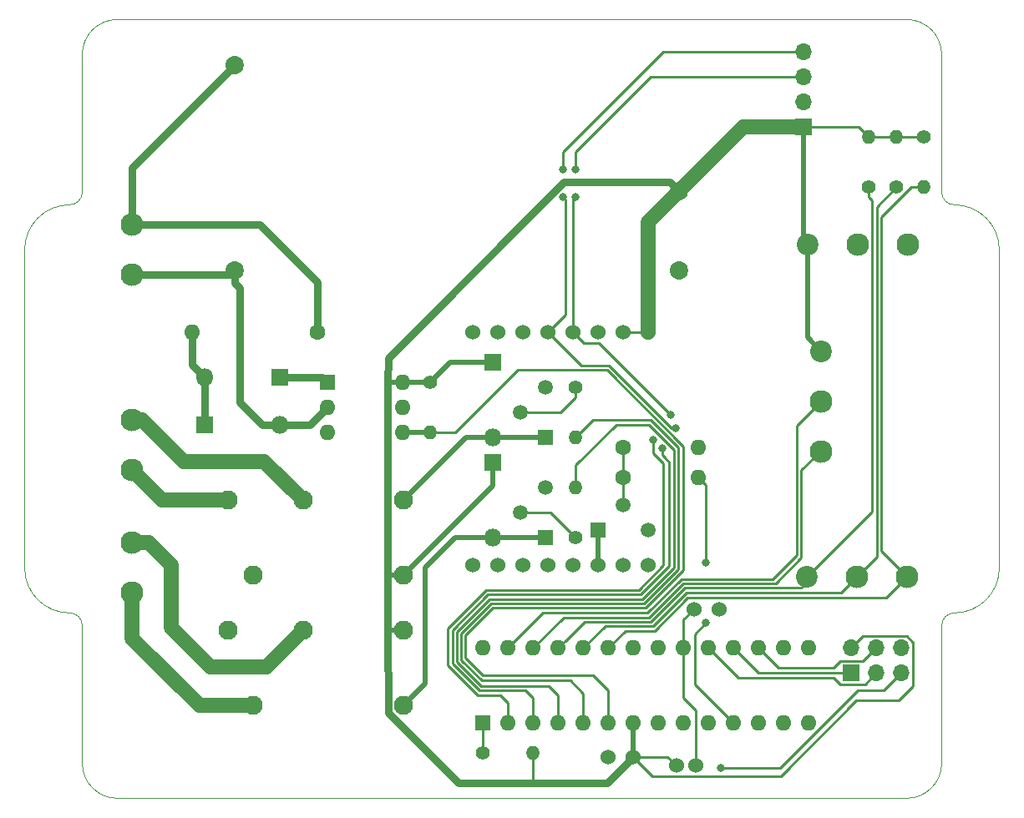
<source format=gbr>
G04 #@! TF.GenerationSoftware,KiCad,Pcbnew,(5.1.5)-3*
G04 #@! TF.CreationDate,2020-06-25T17:10:34+03:00*
G04 #@! TF.ProjectId,genv01_2,67656e76-3031-45f3-922e-6b696361645f,rev?*
G04 #@! TF.SameCoordinates,Original*
G04 #@! TF.FileFunction,Copper,L1,Top*
G04 #@! TF.FilePolarity,Positive*
%FSLAX46Y46*%
G04 Gerber Fmt 4.6, Leading zero omitted, Abs format (unit mm)*
G04 Created by KiCad (PCBNEW (5.1.5)-3) date 2020-06-25 17:10:34*
%MOMM*%
%LPD*%
G04 APERTURE LIST*
G04 #@! TA.AperFunction,Profile*
%ADD10C,0.050000*%
G04 #@! TD*
G04 #@! TA.AperFunction,ComponentPad*
%ADD11C,1.524000*%
G04 #@! TD*
G04 #@! TA.AperFunction,ComponentPad*
%ADD12C,2.200000*%
G04 #@! TD*
G04 #@! TA.AperFunction,ComponentPad*
%ADD13C,2.300000*%
G04 #@! TD*
G04 #@! TA.AperFunction,ComponentPad*
%ADD14O,1.400000X1.400000*%
G04 #@! TD*
G04 #@! TA.AperFunction,ComponentPad*
%ADD15C,1.400000*%
G04 #@! TD*
G04 #@! TA.AperFunction,ComponentPad*
%ADD16C,1.950000*%
G04 #@! TD*
G04 #@! TA.AperFunction,ComponentPad*
%ADD17O,1.600000X1.600000*%
G04 #@! TD*
G04 #@! TA.AperFunction,ComponentPad*
%ADD18C,1.600000*%
G04 #@! TD*
G04 #@! TA.AperFunction,ComponentPad*
%ADD19O,1.800000X1.800000*%
G04 #@! TD*
G04 #@! TA.AperFunction,ComponentPad*
%ADD20R,1.800000X1.800000*%
G04 #@! TD*
G04 #@! TA.AperFunction,ComponentPad*
%ADD21R,1.600000X1.600000*%
G04 #@! TD*
G04 #@! TA.AperFunction,ComponentPad*
%ADD22C,1.860000*%
G04 #@! TD*
G04 #@! TA.AperFunction,ComponentPad*
%ADD23R,1.500000X1.500000*%
G04 #@! TD*
G04 #@! TA.AperFunction,ComponentPad*
%ADD24C,1.500000*%
G04 #@! TD*
G04 #@! TA.AperFunction,ComponentPad*
%ADD25O,1.700000X1.700000*%
G04 #@! TD*
G04 #@! TA.AperFunction,ComponentPad*
%ADD26R,1.700000X1.700000*%
G04 #@! TD*
G04 #@! TA.AperFunction,ViaPad*
%ADD27C,0.800000*%
G04 #@! TD*
G04 #@! TA.AperFunction,Conductor*
%ADD28C,0.508000*%
G04 #@! TD*
G04 #@! TA.AperFunction,Conductor*
%ADD29C,1.524000*%
G04 #@! TD*
G04 #@! TA.AperFunction,Conductor*
%ADD30C,0.250000*%
G04 #@! TD*
G04 #@! TA.AperFunction,Conductor*
%ADD31C,0.762000*%
G04 #@! TD*
G04 APERTURE END LIST*
D10*
X110744000Y-54864000D02*
X190754000Y-54864000D01*
X110744000Y-133858000D02*
G75*
G02X107188000Y-130302000I0J3556000D01*
G01*
X107188000Y-130302000D02*
X107188000Y-116332000D01*
X107188000Y-58420000D02*
G75*
G02X110744000Y-54864000I3556000J0D01*
G01*
X194310000Y-72390000D02*
X194310000Y-58420000D01*
X105918000Y-115062000D02*
G75*
G02X101346000Y-110490000I0J4572000D01*
G01*
X200152000Y-110490000D02*
G75*
G02X195580000Y-115062000I-4572000J0D01*
G01*
X190754000Y-54864000D02*
G75*
G02X194310000Y-58420000I0J-3556000D01*
G01*
X194310000Y-116332000D02*
X194310000Y-130302000D01*
X190754000Y-133858000D02*
X110744000Y-133858000D01*
X105918000Y-115062000D02*
G75*
G02X107188000Y-116332000I0J-1270000D01*
G01*
X194310000Y-130302000D02*
G75*
G02X190754000Y-133858000I-3556000J0D01*
G01*
X107188000Y-72390000D02*
X107188000Y-58420000D01*
X107188000Y-72390000D02*
G75*
G02X105918000Y-73660000I-1270000J0D01*
G01*
X195580000Y-73660000D02*
G75*
G02X194310000Y-72390000I0J1270000D01*
G01*
X194310000Y-116332000D02*
G75*
G02X195580000Y-115062000I1270000J0D01*
G01*
X101346000Y-78232000D02*
G75*
G02X105918000Y-73660000I4572000J0D01*
G01*
X200152000Y-78232000D02*
X200152000Y-110490000D01*
X101346000Y-78232000D02*
X101346000Y-110490000D01*
X195580000Y-73660000D02*
G75*
G02X200152000Y-78232000I0J-4572000D01*
G01*
D11*
G04 #@! TO.P,C2,2*
G04 #@! TO.N,GND*
X171706000Y-114674000D03*
G04 #@! TO.P,C2,1*
G04 #@! TO.N,/AVcc*
X169206000Y-114674000D03*
G04 #@! TD*
G04 #@! TO.P,C1,2*
G04 #@! TO.N,GND*
X160526000Y-129674000D03*
G04 #@! TO.P,C1,1*
G04 #@! TO.N,+5V*
X163026000Y-129674000D03*
G04 #@! TD*
D12*
G04 #@! TO.P,J2,3*
G04 #@! TO.N,+5V*
X182118000Y-88519000D03*
D13*
G04 #@! TO.P,J2,2*
G04 #@! TO.N,/ADC2*
X182118000Y-93599000D03*
G04 #@! TO.P,J2,1*
G04 #@! TO.N,/ADC1*
X182118000Y-98679000D03*
G04 #@! TD*
D12*
G04 #@! TO.P,J3,3*
G04 #@! TO.N,/Alarm2*
X180657500Y-111379000D03*
D13*
G04 #@! TO.P,J3,2*
G04 #@! TO.N,/Alarm1*
X185737500Y-111379000D03*
G04 #@! TO.P,J3,1*
G04 #@! TO.N,/RelSensor*
X190817500Y-111379000D03*
G04 #@! TD*
D12*
G04 #@! TO.P,J1,3*
G04 #@! TO.N,+5V*
X180721000Y-77724000D03*
D13*
G04 #@! TO.P,J1,2*
G04 #@! TO.N,GND*
X185801000Y-77724000D03*
G04 #@! TO.P,J1,1*
X190881000Y-77724000D03*
G04 #@! TD*
D11*
G04 #@! TO.P,U3,10*
G04 #@! TO.N,Net-(U3-Pad10)*
X149340000Y-110214000D03*
G04 #@! TO.P,U3,12*
G04 #@! TO.N,Net-(U3-Pad12)*
X154420000Y-110214000D03*
G04 #@! TO.P,U3,11*
G04 #@! TO.N,Net-(U3-Pad11)*
X151880000Y-110214000D03*
G04 #@! TO.P,U3,13*
G04 #@! TO.N,GND*
X156960000Y-110214000D03*
G04 #@! TO.P,U3,9*
G04 #@! TO.N,Net-(U3-Pad9)*
X146800000Y-110214000D03*
G04 #@! TO.P,U3,14*
G04 #@! TO.N,Net-(Q3-Pad1)*
X159500000Y-110214000D03*
G04 #@! TO.P,U3,16*
G04 #@! TO.N,Net-(U3-Pad16)*
X164580000Y-110214000D03*
G04 #@! TO.P,U3,15*
G04 #@! TO.N,GND*
X162040000Y-110214000D03*
G04 #@! TO.P,U3,8*
G04 #@! TO.N,Net-(U3-Pad8)*
X146800000Y-86614000D03*
G04 #@! TO.P,U3,7*
G04 #@! TO.N,Net-(U3-Pad7)*
X149340000Y-86614000D03*
G04 #@! TO.P,U3,6*
G04 #@! TO.N,Net-(U3-Pad6)*
X151880000Y-86614000D03*
G04 #@! TO.P,U3,5*
G04 #@! TO.N,/GRx*
X154420000Y-86614000D03*
G04 #@! TO.P,U3,4*
G04 #@! TO.N,/GTx*
X156960000Y-86614000D03*
G04 #@! TO.P,U3,3*
G04 #@! TO.N,GND*
X159500000Y-86614000D03*
G04 #@! TO.P,U3,2*
G04 #@! TO.N,+5V*
X162040000Y-86614000D03*
G04 #@! TO.P,U3,1*
X164580000Y-86614000D03*
G04 #@! TD*
D14*
G04 #@! TO.P,Rb1,2*
G04 #@! TO.N,/RelStop*
X157226000Y-102362000D03*
D15*
G04 #@! TO.P,Rb1,1*
G04 #@! TO.N,Net-(Q1-Pad2)*
X157226000Y-107442000D03*
G04 #@! TD*
D14*
G04 #@! TO.P,Rb2,2*
G04 #@! TO.N,/RelStart*
X157226000Y-97282000D03*
D15*
G04 #@! TO.P,Rb2,1*
G04 #@! TO.N,Net-(Q2-Pad2)*
X157226000Y-92202000D03*
G04 #@! TD*
D13*
G04 #@! TO.P,J8,2*
G04 #@! TO.N,/StopComm*
X112268000Y-107950000D03*
G04 #@! TO.P,J8,1*
G04 #@! TO.N,/StopNC*
X112268000Y-113030000D03*
G04 #@! TD*
D14*
G04 #@! TO.P,R2,2*
G04 #@! TO.N,/OptOut*
X142494000Y-96774000D03*
D15*
G04 #@! TO.P,R2,1*
G04 #@! TO.N,+5V*
X142494000Y-91694000D03*
G04 #@! TD*
D16*
G04 #@! TO.P,K2,1*
G04 #@! TO.N,+5V*
X139758000Y-111252000D03*
G04 #@! TO.P,K2,2*
G04 #@! TO.N,Net-(K2-Pad2)*
X124518000Y-111252000D03*
G04 #@! TO.P,K2,3*
G04 #@! TO.N,/StartNO*
X121978000Y-103632000D03*
G04 #@! TO.P,K2,4*
G04 #@! TO.N,/StartComm*
X129598000Y-103632000D03*
G04 #@! TO.P,K2,5*
G04 #@! TO.N,Net-(D4-Pad2)*
X139758000Y-103632000D03*
G04 #@! TD*
D17*
G04 #@! TO.P,R1,2*
G04 #@! TO.N,Net-(D1-Pad1)*
X118364000Y-86614000D03*
D18*
G04 #@! TO.P,R1,1*
G04 #@! TO.N,/ACL*
X131064000Y-86614000D03*
G04 #@! TD*
D13*
G04 #@! TO.P,J6,2*
G04 #@! TO.N,/ACL*
X112268000Y-75692000D03*
G04 #@! TO.P,J6,1*
G04 #@! TO.N,/ACN*
X112268000Y-80772000D03*
G04 #@! TD*
D14*
G04 #@! TO.P,R9,2*
G04 #@! TO.N,+5V*
X186944000Y-66802000D03*
D15*
G04 #@! TO.P,R9,1*
G04 #@! TO.N,/Alarm2*
X186944000Y-71882000D03*
G04 #@! TD*
D14*
G04 #@! TO.P,R8,2*
G04 #@! TO.N,+5V*
X189738000Y-66802000D03*
D15*
G04 #@! TO.P,R8,1*
G04 #@! TO.N,/Alarm1*
X189738000Y-71882000D03*
G04 #@! TD*
D19*
G04 #@! TO.P,D1,2*
G04 #@! TO.N,/ACN*
X127254000Y-96012000D03*
D20*
G04 #@! TO.P,D1,1*
G04 #@! TO.N,Net-(D1-Pad1)*
X119634000Y-96012000D03*
G04 #@! TD*
D17*
G04 #@! TO.P,U2,6*
G04 #@! TO.N,+5V*
X139700000Y-91694000D03*
G04 #@! TO.P,U2,3*
G04 #@! TO.N,Net-(U2-Pad3)*
X132080000Y-96774000D03*
G04 #@! TO.P,U2,5*
G04 #@! TO.N,GND*
X139700000Y-94234000D03*
G04 #@! TO.P,U2,2*
G04 #@! TO.N,/ACN*
X132080000Y-94234000D03*
G04 #@! TO.P,U2,4*
G04 #@! TO.N,/OptOut*
X139700000Y-96774000D03*
D21*
G04 #@! TO.P,U2,1*
G04 #@! TO.N,Net-(D2-Pad1)*
X132080000Y-91694000D03*
G04 #@! TD*
D14*
G04 #@! TO.P,R7,2*
G04 #@! TO.N,/RelSensor*
X192532000Y-71882000D03*
D15*
G04 #@! TO.P,R7,1*
G04 #@! TO.N,+5V*
X192532000Y-66802000D03*
G04 #@! TD*
D22*
G04 #@! TO.P,PS1,1*
G04 #@! TO.N,/ACL*
X122680000Y-59513500D03*
G04 #@! TO.P,PS1,2*
G04 #@! TO.N,/ACN*
X122680000Y-80313500D03*
G04 #@! TO.P,PS1,3*
G04 #@! TO.N,GND*
X167680000Y-80313500D03*
G04 #@! TO.P,PS1,4*
G04 #@! TO.N,+5V*
X167680000Y-72313500D03*
G04 #@! TD*
D17*
G04 #@! TO.P,R6,2*
G04 #@! TO.N,GND*
X169672000Y-98298000D03*
D18*
G04 #@! TO.P,R6,1*
G04 #@! TO.N,Net-(Q3-Pad2)*
X162052000Y-98298000D03*
G04 #@! TD*
D14*
G04 #@! TO.P,R3,2*
G04 #@! TO.N,+5V*
X152908000Y-129286000D03*
D15*
G04 #@! TO.P,R3,1*
G04 #@! TO.N,/RST*
X147828000Y-129286000D03*
G04 #@! TD*
D13*
G04 #@! TO.P,J7,2*
G04 #@! TO.N,/StartNO*
X112268000Y-100584000D03*
G04 #@! TO.P,J7,1*
G04 #@! TO.N,/StartComm*
X112268000Y-95504000D03*
G04 #@! TD*
D23*
G04 #@! TO.P,Q2,1*
G04 #@! TO.N,Net-(D4-Pad2)*
X154178000Y-97282000D03*
D24*
G04 #@! TO.P,Q2,3*
G04 #@! TO.N,GND*
X154178000Y-92202000D03*
G04 #@! TO.P,Q2,2*
G04 #@! TO.N,Net-(Q2-Pad2)*
X151638000Y-94742000D03*
G04 #@! TD*
D23*
G04 #@! TO.P,Q1,1*
G04 #@! TO.N,Net-(D3-Pad2)*
X154162000Y-107442000D03*
D24*
G04 #@! TO.P,Q1,3*
G04 #@! TO.N,GND*
X154162000Y-102362000D03*
G04 #@! TO.P,Q1,2*
G04 #@! TO.N,Net-(Q1-Pad2)*
X151622000Y-104902000D03*
G04 #@! TD*
D11*
G04 #@! TO.P,L1,2*
G04 #@! TO.N,+5V*
X167402000Y-130556000D03*
G04 #@! TO.P,L1,1*
G04 #@! TO.N,/AVcc*
X169402000Y-130556000D03*
G04 #@! TD*
D25*
G04 #@! TO.P,J4,4*
G04 #@! TO.N,/GRx*
X180340000Y-58166000D03*
G04 #@! TO.P,J4,3*
G04 #@! TO.N,/GTx*
X180340000Y-60706000D03*
G04 #@! TO.P,J4,2*
G04 #@! TO.N,GND*
X180340000Y-63246000D03*
D26*
G04 #@! TO.P,J4,1*
G04 #@! TO.N,+5V*
X180340000Y-65786000D03*
G04 #@! TD*
D19*
G04 #@! TO.P,D3,2*
G04 #@! TO.N,Net-(D3-Pad2)*
X148828000Y-107442000D03*
D20*
G04 #@! TO.P,D3,1*
G04 #@! TO.N,+5V*
X148828000Y-99822000D03*
G04 #@! TD*
D19*
G04 #@! TO.P,D2,2*
G04 #@! TO.N,Net-(D1-Pad1)*
X119634000Y-91186000D03*
D20*
G04 #@! TO.P,D2,1*
G04 #@! TO.N,Net-(D2-Pad1)*
X127254000Y-91186000D03*
G04 #@! TD*
D16*
G04 #@! TO.P,K1,1*
G04 #@! TO.N,Net-(D3-Pad2)*
X139758000Y-124460000D03*
G04 #@! TO.P,K1,2*
G04 #@! TO.N,/StopNC*
X124518000Y-124460000D03*
G04 #@! TO.P,K1,3*
G04 #@! TO.N,Net-(K1-Pad3)*
X121978000Y-116840000D03*
G04 #@! TO.P,K1,4*
G04 #@! TO.N,/StopComm*
X129598000Y-116840000D03*
G04 #@! TO.P,K1,5*
G04 #@! TO.N,+5V*
X139758000Y-116840000D03*
G04 #@! TD*
D23*
G04 #@! TO.P,Q3,1*
G04 #@! TO.N,Net-(Q3-Pad1)*
X159512000Y-106680000D03*
D24*
G04 #@! TO.P,Q3,3*
G04 #@! TO.N,GND*
X164592000Y-106680000D03*
G04 #@! TO.P,Q3,2*
G04 #@! TO.N,Net-(Q3-Pad2)*
X162052000Y-104140000D03*
G04 #@! TD*
D25*
G04 #@! TO.P,J5,6*
G04 #@! TO.N,GND*
X190246000Y-118618000D03*
G04 #@! TO.P,J5,5*
G04 #@! TO.N,/RST*
X190246000Y-121158000D03*
G04 #@! TO.P,J5,4*
G04 #@! TO.N,/MOSI*
X187706000Y-118618000D03*
G04 #@! TO.P,J5,3*
G04 #@! TO.N,/SCK*
X187706000Y-121158000D03*
G04 #@! TO.P,J5,2*
G04 #@! TO.N,+5V*
X185166000Y-118618000D03*
D26*
G04 #@! TO.P,J5,1*
G04 #@! TO.N,/MISO*
X185166000Y-121158000D03*
G04 #@! TD*
D19*
G04 #@! TO.P,D4,2*
G04 #@! TO.N,Net-(D4-Pad2)*
X148844000Y-97282000D03*
D20*
G04 #@! TO.P,D4,1*
G04 #@! TO.N,+5V*
X148844000Y-89662000D03*
G04 #@! TD*
D17*
G04 #@! TO.P,R5,2*
G04 #@! TO.N,/GSMPWR*
X169672000Y-101346000D03*
D18*
G04 #@! TO.P,R5,1*
G04 #@! TO.N,Net-(Q3-Pad2)*
X162052000Y-101346000D03*
G04 #@! TD*
D17*
G04 #@! TO.P,U1,28*
G04 #@! TO.N,Net-(U1-Pad28)*
X147828000Y-118618000D03*
G04 #@! TO.P,U1,14*
G04 #@! TO.N,Net-(U1-Pad14)*
X180848000Y-126238000D03*
G04 #@! TO.P,U1,27*
G04 #@! TO.N,/ADC2*
X150368000Y-118618000D03*
G04 #@! TO.P,U1,13*
G04 #@! TO.N,Net-(U1-Pad13)*
X178308000Y-126238000D03*
G04 #@! TO.P,U1,26*
G04 #@! TO.N,/ADC1*
X152908000Y-118618000D03*
G04 #@! TO.P,U1,12*
G04 #@! TO.N,Net-(U1-Pad12)*
X175768000Y-126238000D03*
G04 #@! TO.P,U1,25*
G04 #@! TO.N,/Alarm2*
X155448000Y-118618000D03*
G04 #@! TO.P,U1,11*
G04 #@! TO.N,/GSMPWR*
X173228000Y-126238000D03*
G04 #@! TO.P,U1,24*
G04 #@! TO.N,/Alarm1*
X157988000Y-118618000D03*
G04 #@! TO.P,U1,10*
G04 #@! TO.N,Net-(U1-Pad10)*
X170688000Y-126238000D03*
G04 #@! TO.P,U1,23*
G04 #@! TO.N,/RelSensor*
X160528000Y-118618000D03*
G04 #@! TO.P,U1,9*
G04 #@! TO.N,Net-(U1-Pad9)*
X168148000Y-126238000D03*
G04 #@! TO.P,U1,22*
G04 #@! TO.N,GND*
X163068000Y-118618000D03*
G04 #@! TO.P,U1,8*
X165608000Y-126238000D03*
G04 #@! TO.P,U1,21*
G04 #@! TO.N,Net-(U1-Pad21)*
X165608000Y-118618000D03*
G04 #@! TO.P,U1,7*
G04 #@! TO.N,+5V*
X163068000Y-126238000D03*
G04 #@! TO.P,U1,20*
G04 #@! TO.N,/AVcc*
X168148000Y-118618000D03*
G04 #@! TO.P,U1,6*
G04 #@! TO.N,/OptOut*
X160528000Y-126238000D03*
G04 #@! TO.P,U1,19*
G04 #@! TO.N,/SCK*
X170688000Y-118618000D03*
G04 #@! TO.P,U1,5*
G04 #@! TO.N,/RelStart*
X157988000Y-126238000D03*
G04 #@! TO.P,U1,18*
G04 #@! TO.N,/MISO*
X173228000Y-118618000D03*
G04 #@! TO.P,U1,4*
G04 #@! TO.N,/RelStop*
X155448000Y-126238000D03*
G04 #@! TO.P,U1,17*
G04 #@! TO.N,/MOSI*
X175768000Y-118618000D03*
G04 #@! TO.P,U1,3*
G04 #@! TO.N,/GRx*
X152908000Y-126238000D03*
G04 #@! TO.P,U1,16*
G04 #@! TO.N,Net-(U1-Pad16)*
X178308000Y-118618000D03*
G04 #@! TO.P,U1,2*
G04 #@! TO.N,/GTx*
X150368000Y-126238000D03*
G04 #@! TO.P,U1,15*
G04 #@! TO.N,Net-(U1-Pad15)*
X180848000Y-118618000D03*
D21*
G04 #@! TO.P,U1,1*
G04 #@! TO.N,/RST*
X147828000Y-126238000D03*
G04 #@! TD*
D27*
G04 #@! TO.N,/RST*
X171958000Y-130810000D03*
G04 #@! TO.N,/GTx*
X157226000Y-72898000D03*
X157226000Y-70104000D03*
X166878000Y-94996000D03*
X165100000Y-97536000D03*
G04 #@! TO.N,/GRx*
X155956000Y-72898000D03*
X155956000Y-70104000D03*
X167327858Y-96324142D03*
X165956990Y-98366858D03*
G04 #@! TO.N,/GSMPWR*
X170434000Y-116078000D03*
X170434000Y-109982000D03*
G04 #@! TD*
D28*
G04 #@! TO.N,+5V*
X139700000Y-91694000D02*
X142494000Y-91694000D01*
D29*
X174207500Y-65786000D02*
X180340000Y-65786000D01*
X167680000Y-72313500D02*
X174207500Y-65786000D01*
X164580000Y-75413500D02*
X164580000Y-86614000D01*
X167680000Y-72313500D02*
X164580000Y-75413500D01*
D30*
X163502370Y-86614000D02*
X162040000Y-86614000D01*
X164580000Y-86614000D02*
X163502370Y-86614000D01*
X185928000Y-65786000D02*
X186944000Y-66802000D01*
X180340000Y-65786000D02*
X185928000Y-65786000D01*
X186944000Y-66802000D02*
X189738000Y-66802000D01*
X189738000Y-66802000D02*
X192532000Y-66802000D01*
D28*
X180340000Y-77343000D02*
X180721000Y-77724000D01*
X180340000Y-65786000D02*
X180340000Y-77343000D01*
X180721000Y-87122000D02*
X182118000Y-88519000D01*
X180721000Y-77724000D02*
X180721000Y-87122000D01*
D31*
X160366000Y-132334000D02*
X163026000Y-129674000D01*
X166750001Y-71383501D02*
X156018617Y-71383501D01*
X138201999Y-125206881D02*
X145329118Y-132334000D01*
X156018617Y-71383501D02*
X138201999Y-89200119D01*
X167680000Y-72313500D02*
X166750001Y-71383501D01*
D28*
X138568630Y-91694000D02*
X138176000Y-91694000D01*
D31*
X138201999Y-89200119D02*
X138176000Y-91694000D01*
D28*
X139700000Y-91694000D02*
X138568630Y-91694000D01*
X144526000Y-89662000D02*
X142494000Y-91694000D01*
X148844000Y-89662000D02*
X144526000Y-89662000D01*
X148828000Y-102182000D02*
X139758000Y-111252000D01*
X148828000Y-99822000D02*
X148828000Y-102182000D01*
X139758000Y-111252000D02*
X138379142Y-111252000D01*
X138379142Y-111252000D02*
X138176000Y-111252000D01*
D31*
X138176000Y-91694000D02*
X138176000Y-111252000D01*
D28*
X139758000Y-116840000D02*
X138176000Y-116840000D01*
D31*
X138176000Y-111252000D02*
X138176000Y-116840000D01*
X138176000Y-116840000D02*
X138201999Y-125206881D01*
D30*
X152908000Y-130275949D02*
X152908000Y-132334000D01*
X152908000Y-129286000D02*
X152908000Y-130275949D01*
D31*
X145329118Y-132334000D02*
X152908000Y-132334000D01*
X152908000Y-132334000D02*
X160366000Y-132334000D01*
D30*
X163026000Y-129674000D02*
X163908000Y-130556000D01*
X191421001Y-118053999D02*
X191421001Y-122522999D01*
X185166000Y-118618000D02*
X186341001Y-117442999D01*
X190810001Y-117442999D02*
X191421001Y-118053999D01*
X186341001Y-117442999D02*
X190810001Y-117442999D01*
X191421001Y-122522999D02*
X189992000Y-123952000D01*
X189992000Y-123952000D02*
X185674000Y-123952000D01*
X163787999Y-130435999D02*
X163026000Y-129674000D01*
X177982999Y-131643001D02*
X164995001Y-131643001D01*
X164995001Y-131643001D02*
X163787999Y-130435999D01*
X185674000Y-123952000D02*
X177982999Y-131643001D01*
X166520000Y-129674000D02*
X163026000Y-129674000D01*
X167402000Y-130556000D02*
X166520000Y-129674000D01*
D28*
X163026000Y-126280000D02*
X163068000Y-126238000D01*
X163026000Y-129674000D02*
X163026000Y-126280000D01*
D30*
G04 #@! TO.N,/AVcc*
X168148000Y-115732000D02*
X169206000Y-114674000D01*
X168148000Y-118618000D02*
X168148000Y-115732000D01*
X168148000Y-118618000D02*
X168148000Y-123698000D01*
X169402000Y-124952000D02*
X169402000Y-130556000D01*
X168148000Y-123698000D02*
X169402000Y-124952000D01*
G04 #@! TO.N,/RST*
X147828000Y-128296051D02*
X147828000Y-126238000D01*
X147828000Y-129286000D02*
X147828000Y-128296051D01*
X177941002Y-130810000D02*
X171958000Y-130810000D01*
X185807640Y-122943362D02*
X177941002Y-130810000D01*
X190246000Y-121158000D02*
X188460638Y-122943362D01*
X188460638Y-122943362D02*
X185807640Y-122943362D01*
D31*
G04 #@! TO.N,/ACN*
X122221500Y-80772000D02*
X122680000Y-80313500D01*
X112268000Y-80772000D02*
X122221500Y-80772000D01*
X125476000Y-96012000D02*
X127254000Y-96012000D01*
X123190000Y-93726000D02*
X125476000Y-96012000D01*
X123190000Y-82138718D02*
X123190000Y-93726000D01*
X122680000Y-80313500D02*
X122680000Y-81628718D01*
X122680000Y-81628718D02*
X123190000Y-82138718D01*
X130302000Y-96012000D02*
X132080000Y-94234000D01*
X127254000Y-96012000D02*
X130302000Y-96012000D01*
G04 #@! TO.N,Net-(D1-Pad1)*
X119634000Y-96012000D02*
X119634000Y-91186000D01*
X118364000Y-89916000D02*
X119634000Y-91186000D01*
X118364000Y-86614000D02*
X118364000Y-89916000D01*
G04 #@! TO.N,Net-(D2-Pad1)*
X131572000Y-91186000D02*
X132080000Y-91694000D01*
X127254000Y-91186000D02*
X131572000Y-91186000D01*
D28*
G04 #@! TO.N,Net-(D3-Pad2)*
X141986000Y-110490000D02*
X141986000Y-122232000D01*
X148828000Y-107442000D02*
X145034000Y-107442000D01*
X141986000Y-122232000D02*
X139758000Y-124460000D01*
X145034000Y-107442000D02*
X141986000Y-110490000D01*
X152904000Y-107442000D02*
X148828000Y-107442000D01*
X154162000Y-107442000D02*
X152904000Y-107442000D01*
G04 #@! TO.N,Net-(D4-Pad2)*
X146108000Y-97282000D02*
X139758000Y-103632000D01*
X148844000Y-97282000D02*
X146108000Y-97282000D01*
X152920000Y-97282000D02*
X148844000Y-97282000D01*
X154178000Y-97282000D02*
X152920000Y-97282000D01*
D30*
G04 #@! TO.N,/Alarm2*
X181757499Y-110279001D02*
X180657500Y-111379000D01*
X187276001Y-104760499D02*
X181757499Y-110279001D01*
X187276001Y-73203950D02*
X187276001Y-104760499D01*
X186944000Y-72871949D02*
X187276001Y-73203950D01*
X186944000Y-71882000D02*
X186944000Y-72871949D01*
X180657500Y-111379000D02*
X180657500Y-111950500D01*
X180086000Y-112522000D02*
X168279230Y-112522000D01*
X180657500Y-111950500D02*
X180086000Y-112522000D01*
X156247999Y-117818001D02*
X155448000Y-118618000D01*
X158103980Y-115962020D02*
X156247999Y-117818001D01*
X164839210Y-115962020D02*
X158103980Y-115962020D01*
X168279230Y-112522000D02*
X164839210Y-115962020D01*
G04 #@! TO.N,/Alarm1*
X185737500Y-111379000D02*
X187726011Y-109390489D01*
X187726011Y-73893989D02*
X189738000Y-71882000D01*
X187726011Y-109390489D02*
X187726011Y-73893989D01*
X185737500Y-111379000D02*
X184112675Y-113003825D01*
X168433815Y-113003825D02*
X165025610Y-116412030D01*
X184112675Y-113003825D02*
X168433815Y-113003825D01*
X160193970Y-116412030D02*
X157988000Y-118618000D01*
X165025610Y-116412030D02*
X160193970Y-116412030D01*
G04 #@! TO.N,/RelSensor*
X192532000Y-71882000D02*
X191262000Y-71882000D01*
X191262000Y-71882000D02*
X188214000Y-74930000D01*
X188214000Y-108775500D02*
X190817500Y-111379000D01*
X188214000Y-74930000D02*
X188214000Y-108775500D01*
X190817500Y-111379000D02*
X188658500Y-113538000D01*
X168536050Y-113538000D02*
X165212010Y-116862040D01*
X188658500Y-113538000D02*
X168536050Y-113538000D01*
X162283960Y-116862040D02*
X160528000Y-118618000D01*
X165212010Y-116862040D02*
X162283960Y-116862040D01*
G04 #@! TO.N,/ADC2*
X164466410Y-115062000D02*
X153924000Y-115062000D01*
X153924000Y-115062000D02*
X150368000Y-118618000D01*
X182118000Y-93599000D02*
X179635990Y-96081010D01*
X179635990Y-96081010D02*
X179635990Y-109162010D01*
X179635990Y-109162010D02*
X177176020Y-111621980D01*
X167906430Y-111621980D02*
X164466410Y-115062000D01*
X177176020Y-111621980D02*
X167906430Y-111621980D01*
G04 #@! TO.N,/ADC1*
X156013990Y-115512010D02*
X152908000Y-118618000D01*
X164652810Y-115512010D02*
X156013990Y-115512010D01*
X182118000Y-98679000D02*
X181991000Y-98679000D01*
X181991000Y-98679000D02*
X180086000Y-100584000D01*
X180086000Y-100584000D02*
X180086000Y-109474000D01*
X168092830Y-112071990D02*
X164652810Y-115512010D01*
X177488010Y-112071990D02*
X168092830Y-112071990D01*
X180086000Y-109474000D02*
X177488010Y-112071990D01*
D29*
G04 #@! TO.N,/StartComm*
X125640001Y-99674001D02*
X117454001Y-99674001D01*
X129598000Y-103632000D02*
X125640001Y-99674001D01*
X117454001Y-99674001D02*
X113284000Y-95504000D01*
D31*
G04 #@! TO.N,/ACL*
X112268000Y-69925500D02*
X122680000Y-59513500D01*
X112268000Y-75692000D02*
X112268000Y-69925500D01*
X112268000Y-75692000D02*
X125222000Y-75692000D01*
X131064000Y-81534000D02*
X131064000Y-86614000D01*
X125222000Y-75692000D02*
X131064000Y-81534000D01*
D30*
G04 #@! TO.N,/GTx*
X156960000Y-86614000D02*
X156960000Y-73164000D01*
X156960000Y-73164000D02*
X157226000Y-72898000D01*
X164846000Y-60706000D02*
X180340000Y-60706000D01*
X157226000Y-68326000D02*
X164846000Y-60706000D01*
X157226000Y-70104000D02*
X157226000Y-68326000D01*
X159583001Y-87701001D02*
X166878000Y-94996000D01*
X156960000Y-86614000D02*
X158047001Y-87701001D01*
X158047001Y-87701001D02*
X159583001Y-87701001D01*
X149606000Y-123444000D02*
X150368000Y-124206000D01*
X144249964Y-116602396D02*
X144249963Y-120379597D01*
X150368000Y-124206000D02*
X150368000Y-126238000D01*
X148098400Y-112753960D02*
X144249964Y-116602396D01*
X166116000Y-99908245D02*
X166116000Y-110230360D01*
X147314364Y-123444000D02*
X149606000Y-123444000D01*
X144249963Y-120379597D02*
X147314364Y-123444000D01*
X166116000Y-110230360D02*
X163592400Y-112753960D01*
X165100000Y-98892245D02*
X166116000Y-99908245D01*
X165100000Y-97536000D02*
X165100000Y-98892245D01*
X163592400Y-112753960D02*
X148098400Y-112753960D01*
G04 #@! TO.N,/GRx*
X154420000Y-86614000D02*
X156210000Y-84824000D01*
X156210000Y-84824000D02*
X156210000Y-73152000D01*
X156210000Y-73152000D02*
X155956000Y-72898000D01*
X166116000Y-58166000D02*
X180340000Y-58166000D01*
X155956000Y-70104000D02*
X155956000Y-68326000D01*
X155956000Y-68326000D02*
X166116000Y-58166000D01*
X157779990Y-89973990D02*
X160588811Y-89973991D01*
X154420000Y-86614000D02*
X157779990Y-89973990D01*
X160588811Y-89973991D02*
X166938962Y-96324142D01*
X166938962Y-96324142D02*
X167327858Y-96324142D01*
X165956990Y-98366858D02*
X165956990Y-99039010D01*
X165956990Y-99039010D02*
X166231980Y-99314000D01*
X166681990Y-110300780D02*
X166681990Y-99764010D01*
X163778800Y-113203970D02*
X166681990Y-110300780D01*
X148284800Y-113203970D02*
X163778800Y-113203970D01*
X144699973Y-116788797D02*
X148284800Y-113203970D01*
X152908000Y-123698000D02*
X152146000Y-122936000D01*
X147442774Y-122936000D02*
X144699972Y-120193198D01*
X166681990Y-99764010D02*
X166231980Y-99314000D01*
X152908000Y-126238000D02*
X152908000Y-123698000D01*
X144699972Y-120193198D02*
X144699973Y-116788797D01*
X152146000Y-122936000D02*
X147442774Y-122936000D01*
G04 #@! TO.N,/MOSI*
X186341001Y-119982999D02*
X184055001Y-119982999D01*
X187706000Y-118618000D02*
X186341001Y-119982999D01*
X184055001Y-119982999D02*
X183388000Y-120650000D01*
X177800000Y-120650000D02*
X175768000Y-118618000D01*
X183388000Y-120650000D02*
X177800000Y-120650000D01*
G04 #@! TO.N,/SCK*
X186530999Y-122333001D02*
X184055001Y-122333001D01*
X187706000Y-121158000D02*
X186530999Y-122333001D01*
X171487999Y-119417999D02*
X170688000Y-118618000D01*
X173678010Y-121608010D02*
X171487999Y-119417999D01*
X183330010Y-121608010D02*
X173678010Y-121608010D01*
X184055001Y-122333001D02*
X183330010Y-121608010D01*
G04 #@! TO.N,/MISO*
X175768000Y-121158000D02*
X173228000Y-118618000D01*
X185166000Y-121158000D02*
X175768000Y-121158000D01*
G04 #@! TO.N,Net-(Q1-Pad2)*
X154686000Y-104902000D02*
X151622000Y-104902000D01*
X157226000Y-107442000D02*
X154686000Y-104902000D01*
G04 #@! TO.N,Net-(Q2-Pad2)*
X152698660Y-94742000D02*
X151638000Y-94742000D01*
X155675949Y-94742000D02*
X152698660Y-94742000D01*
X157226000Y-93191949D02*
X155675949Y-94742000D01*
X157226000Y-92202000D02*
X157226000Y-93191949D01*
D28*
G04 #@! TO.N,Net-(Q3-Pad1)*
X159512000Y-110202000D02*
X159500000Y-110214000D01*
X159512000Y-106680000D02*
X159512000Y-110202000D01*
D30*
G04 #@! TO.N,Net-(Q3-Pad2)*
X162052000Y-104140000D02*
X162052000Y-101346000D01*
X162052000Y-101346000D02*
X162052000Y-98298000D01*
D28*
G04 #@! TO.N,/OptOut*
X142494000Y-96774000D02*
X139700000Y-96774000D01*
D30*
X159004000Y-121412000D02*
X160528000Y-122936000D01*
X146050000Y-119634000D02*
X147828000Y-121412000D01*
X160528000Y-122936000D02*
X160528000Y-126238000D01*
X160402410Y-90424000D02*
X168148000Y-98169590D01*
X142494000Y-96774000D02*
X145034000Y-96774000D01*
X168148000Y-98169590D02*
X168148000Y-110744000D01*
X151384000Y-90424000D02*
X160402410Y-90424000D01*
X145034000Y-96774000D02*
X151384000Y-90424000D01*
X147828000Y-121412000D02*
X159004000Y-121412000D01*
X168148000Y-110744000D02*
X164338000Y-114554000D01*
X164338000Y-114554000D02*
X148844000Y-114554000D01*
X148844000Y-114554000D02*
X146050000Y-117348000D01*
X146050000Y-117348000D02*
X146050000Y-119634000D01*
G04 #@! TO.N,/GSMPWR*
X169273001Y-117238999D02*
X170434000Y-116078000D01*
X173228000Y-126238000D02*
X169273001Y-122283001D01*
X169273001Y-122283001D02*
X169273001Y-117238999D01*
X170434000Y-102108000D02*
X169672000Y-101346000D01*
X170434000Y-109982000D02*
X170434000Y-102108000D01*
G04 #@! TO.N,/RelStart*
X159004000Y-95504000D02*
X157226000Y-97282000D01*
X147699590Y-121920000D02*
X145599990Y-119820400D01*
X157988000Y-126238000D02*
X157988000Y-123203040D01*
X156704960Y-121920000D02*
X147699590Y-121920000D01*
X157988000Y-123203040D02*
X156704960Y-121920000D01*
X145599990Y-119820400D02*
X145599991Y-117161599D01*
X164151600Y-114103990D02*
X167640000Y-110615590D01*
X164846000Y-95504000D02*
X159004000Y-95504000D01*
X167640000Y-98298000D02*
X164846000Y-95504000D01*
X145599991Y-117161599D02*
X148657600Y-114103990D01*
X148657600Y-114103990D02*
X164151600Y-114103990D01*
X167640000Y-110615590D02*
X167640000Y-98298000D01*
G04 #@! TO.N,/RelStop*
X157226000Y-102362000D02*
X157226000Y-100076000D01*
X157226000Y-100076000D02*
X161347990Y-95954010D01*
X161347990Y-95954010D02*
X164659600Y-95954010D01*
X164659600Y-95954010D02*
X167189990Y-98484400D01*
X147629171Y-122485991D02*
X154489991Y-122485991D01*
X145149981Y-120006801D02*
X147629171Y-122485991D01*
X167189990Y-98484400D02*
X167189990Y-110429190D01*
X167189990Y-110429190D02*
X163965200Y-113653980D01*
X163965200Y-113653980D02*
X148471199Y-113653981D01*
X148471199Y-113653981D02*
X145149982Y-116975200D01*
X145149982Y-116975200D02*
X145149981Y-120006801D01*
X155448000Y-123444000D02*
X155448000Y-126238000D01*
X154489991Y-122485991D02*
X155448000Y-123444000D01*
D29*
G04 #@! TO.N,/StopNC*
X123139142Y-124460000D02*
X124518000Y-124460000D01*
X112268000Y-113030000D02*
X112268000Y-117644464D01*
X112268000Y-117644464D02*
X119083536Y-124460000D01*
X119083536Y-124460000D02*
X123139142Y-124460000D01*
G04 #@! TO.N,/StopComm*
X116180001Y-110235656D02*
X113894345Y-107950000D01*
X113894345Y-107950000D02*
X112268000Y-107950000D01*
X125860999Y-120577001D02*
X120184239Y-120577001D01*
X129598000Y-116840000D02*
X125860999Y-120577001D01*
X120184239Y-120577001D02*
X116180001Y-116572763D01*
X116180001Y-116572763D02*
X116180001Y-110235656D01*
G04 #@! TO.N,/StartNO*
X115316000Y-103632000D02*
X112268000Y-100584000D01*
X121978000Y-103632000D02*
X115316000Y-103632000D01*
G04 #@! TD*
M02*

</source>
